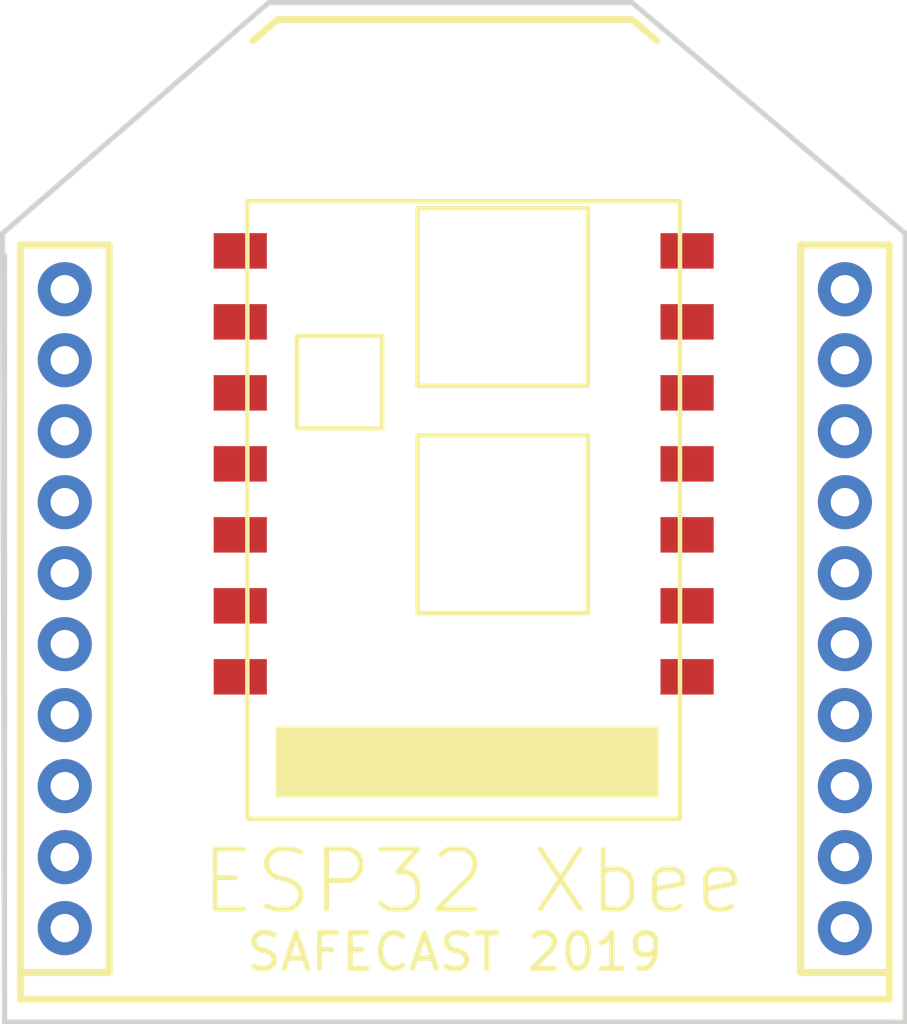
<source format=kicad_pcb>
(kicad_pcb (version 20171130) (host pcbnew "(6.0.0-rc1-dev-1629-gdfc47f1d1)")

  (general
    (thickness 1.6)
    (drawings 10)
    (tracks 0)
    (zones 0)
    (modules 2)
    (nets 3)
  )

  (page A4)
  (layers
    (0 Top signal)
    (31 Bottom signal)
    (32 B.Adhes user)
    (33 F.Adhes user)
    (34 B.Paste user)
    (35 F.Paste user)
    (36 B.SilkS user)
    (37 F.SilkS user)
    (38 B.Mask user)
    (39 F.Mask user)
    (40 Dwgs.User user)
    (41 Cmts.User user)
    (42 Eco1.User user)
    (43 Eco2.User user)
    (44 Edge.Cuts user)
    (45 Margin user)
    (46 B.CrtYd user)
    (47 F.CrtYd user)
    (48 B.Fab user)
    (49 F.Fab user)
  )

  (setup
    (last_trace_width 0.25)
    (trace_clearance 0.2)
    (zone_clearance 0.508)
    (zone_45_only no)
    (trace_min 0.2)
    (via_size 0.8)
    (via_drill 0.4)
    (via_min_size 0.4)
    (via_min_drill 0.3)
    (uvia_size 0.3)
    (uvia_drill 0.1)
    (uvias_allowed no)
    (uvia_min_size 0.2)
    (uvia_min_drill 0.1)
    (edge_width 0.05)
    (segment_width 0.2)
    (pcb_text_width 0.3)
    (pcb_text_size 1.5 1.5)
    (mod_edge_width 0.12)
    (mod_text_size 1 1)
    (mod_text_width 0.15)
    (pad_size 1.524 1.524)
    (pad_drill 0.762)
    (pad_to_mask_clearance 0.051)
    (solder_mask_min_width 0.25)
    (aux_axis_origin 0 0)
    (visible_elements FFFFFF7F)
    (pcbplotparams
      (layerselection 0x010fc_ffffffff)
      (usegerberextensions false)
      (usegerberattributes false)
      (usegerberadvancedattributes false)
      (creategerberjobfile false)
      (excludeedgelayer true)
      (linewidth 0.100000)
      (plotframeref false)
      (viasonmask false)
      (mode 1)
      (useauxorigin false)
      (hpglpennumber 1)
      (hpglpenspeed 20)
      (hpglpendiameter 15.000000)
      (psnegative false)
      (psa4output false)
      (plotreference true)
      (plotvalue true)
      (plotinvisibletext false)
      (padsonsilk false)
      (subtractmaskfromsilk false)
      (outputformat 1)
      (mirror false)
      (drillshape 1)
      (scaleselection 1)
      (outputdirectory ""))
  )

  (net 0 "")
  (net 1 GND)
  (net 2 VDD)

  (net_class Default "This is the default net class."
    (clearance 0.2)
    (trace_width 0.25)
    (via_dia 0.8)
    (via_drill 0.4)
    (uvia_dia 0.3)
    (uvia_drill 0.1)
    (add_net GND)
    (add_net VDD)
  )

  (module XBEE-SILK (layer Top) (tedit 0) (tstamp 5C5BD323)
    (at 148.5011 118.3236)
    (fp_text reference U$1 (at 0 0) (layer F.SilkS) hide
      (effects (font (size 1.27 1.27) (thickness 0.15)))
    )
    (fp_text value XBEE-1B2 (at 0 0) (layer F.SilkS) hide
      (effects (font (size 1.27 1.27) (thickness 0.15)))
    )
    (fp_text user >Value (at -8.89 -1.27) (layer F.Fab) hide
      (effects (font (size 0.38608 0.38608) (thickness 0.032512)) (justify left bottom))
    )
    (fp_text user >Name (at -8.89 -2.54) (layer F.SilkS) hide
      (effects (font (size 0.38608 0.38608) (thickness 0.032512)) (justify left bottom))
    )
    (fp_line (start 5 -27.6) (end 5.7 -27) (layer F.SilkS) (width 0.2032))
    (fp_line (start -5 -27.6) (end 5 -27.6) (layer F.SilkS) (width 0.2032))
    (fp_line (start -5 -27.6) (end -5.7 -27) (layer F.SilkS) (width 0.2032))
    (fp_line (start -12.25 0) (end 12.25 0) (layer F.SilkS) (width 0.2032))
    (fp_line (start 12.25 -0.75) (end 12.25 0) (layer F.SilkS) (width 0.2032))
    (fp_line (start -12.25 -0.75) (end -12.25 0) (layer F.SilkS) (width 0.2032))
    (fp_line (start -9.75 -21.25) (end -9.75 -0.75) (layer F.SilkS) (width 0.2032))
    (fp_line (start -12.25 -0.75) (end -9.75 -0.75) (layer F.SilkS) (width 0.2032))
    (fp_line (start -12.25 -21.25) (end -12.25 -0.75) (layer F.SilkS) (width 0.2032))
    (fp_line (start -9.75 -21.25) (end -12.25 -21.25) (layer F.SilkS) (width 0.2032))
    (fp_line (start 9.75 -21.25) (end 9.75 -0.75) (layer F.SilkS) (width 0.2032))
    (fp_line (start 12.25 -0.75) (end 9.75 -0.75) (layer F.SilkS) (width 0.2032))
    (fp_line (start 12.25 -21.25) (end 12.25 -0.75) (layer F.SilkS) (width 0.2032))
    (fp_line (start 9.75 -21.25) (end 12.25 -21.25) (layer F.SilkS) (width 0.2032))
    (fp_line (start 12.25 -21.25) (end 5 -27.6) (layer F.Fab) (width 0.2032))
    (fp_line (start -12.25 -21.25) (end -5 -27.6) (layer F.Fab) (width 0.2032))
    (fp_line (start -5 -27.6) (end 5 -27.6) (layer F.Fab) (width 0.2032))
    (pad 20 thru_hole circle (at 11 -20) (size 1.524 1.524) (drill 0.8) (layers *.Cu *.Mask)
      (solder_mask_margin 0.1016))
    (pad 19 thru_hole circle (at 11 -18) (size 1.524 1.524) (drill 0.8) (layers *.Cu *.Mask)
      (solder_mask_margin 0.1016))
    (pad 18 thru_hole circle (at 11 -16) (size 1.524 1.524) (drill 0.8) (layers *.Cu *.Mask)
      (solder_mask_margin 0.1016))
    (pad 17 thru_hole circle (at 11 -14) (size 1.524 1.524) (drill 0.8) (layers *.Cu *.Mask)
      (solder_mask_margin 0.1016))
    (pad 16 thru_hole circle (at 11 -12) (size 1.524 1.524) (drill 0.8) (layers *.Cu *.Mask)
      (solder_mask_margin 0.1016))
    (pad 15 thru_hole circle (at 11 -10) (size 1.524 1.524) (drill 0.8) (layers *.Cu *.Mask)
      (solder_mask_margin 0.1016))
    (pad 14 thru_hole circle (at 11 -8) (size 1.524 1.524) (drill 0.8) (layers *.Cu *.Mask)
      (solder_mask_margin 0.1016))
    (pad 13 thru_hole circle (at 11 -6) (size 1.524 1.524) (drill 0.8) (layers *.Cu *.Mask)
      (solder_mask_margin 0.1016))
    (pad 12 thru_hole circle (at 11 -4) (size 1.524 1.524) (drill 0.8) (layers *.Cu *.Mask)
      (solder_mask_margin 0.1016))
    (pad 11 thru_hole circle (at 11 -2) (size 1.524 1.524) (drill 0.8) (layers *.Cu *.Mask)
      (solder_mask_margin 0.1016))
    (pad 10 thru_hole circle (at -11 -2) (size 1.524 1.524) (drill 0.8) (layers *.Cu *.Mask)
      (net 1 GND) (solder_mask_margin 0.1016))
    (pad 9 thru_hole circle (at -11 -4) (size 1.524 1.524) (drill 0.8) (layers *.Cu *.Mask)
      (solder_mask_margin 0.1016))
    (pad 8 thru_hole circle (at -11 -6) (size 1.524 1.524) (drill 0.8) (layers *.Cu *.Mask)
      (solder_mask_margin 0.1016))
    (pad 7 thru_hole circle (at -11 -8) (size 1.524 1.524) (drill 0.8) (layers *.Cu *.Mask)
      (solder_mask_margin 0.1016))
    (pad 6 thru_hole circle (at -11 -10) (size 1.524 1.524) (drill 0.8) (layers *.Cu *.Mask)
      (solder_mask_margin 0.1016))
    (pad 5 thru_hole circle (at -11 -12) (size 1.524 1.524) (drill 0.8) (layers *.Cu *.Mask)
      (solder_mask_margin 0.1016))
    (pad 4 thru_hole circle (at -11 -14) (size 1.524 1.524) (drill 0.8) (layers *.Cu *.Mask)
      (solder_mask_margin 0.1016))
    (pad 3 thru_hole circle (at -11 -16) (size 1.524 1.524) (drill 0.8) (layers *.Cu *.Mask)
      (solder_mask_margin 0.1016))
    (pad 2 thru_hole circle (at -11 -18) (size 1.524 1.524) (drill 0.8) (layers *.Cu *.Mask)
      (solder_mask_margin 0.1016))
    (pad 1 thru_hole circle (at -11 -20) (size 1.524 1.524) (drill 0.8) (layers *.Cu *.Mask)
      (net 2 VDD) (solder_mask_margin 0.1016))
  )

  (module ESP-03 (layer Top) (tedit 0) (tstamp 5C5BD34D)
    (at 154.8511 113.2436 90)
    (fp_text reference U$2 (at 0 0 90) (layer F.SilkS) hide
      (effects (font (size 1.27 1.27) (thickness 0.15)))
    )
    (fp_text value ESP8266 (at 0 0 90) (layer F.SilkS) hide
      (effects (font (size 1.27 1.27) (thickness 0.15)))
    )
    (fp_line (start 17.2 -7.4) (end 12.2 -7.4) (layer F.SilkS) (width 0.127))
    (fp_line (start 17.2 -2.6) (end 17.2 -7.4) (layer F.SilkS) (width 0.127))
    (fp_line (start 12.2 -2.6) (end 17.2 -2.6) (layer F.SilkS) (width 0.127))
    (fp_line (start 12.2 -7.4) (end 12.2 -2.6) (layer F.SilkS) (width 0.127))
    (fp_line (start 13.6 -10.8) (end 11 -10.8) (layer F.SilkS) (width 0.127))
    (fp_line (start 13.6 -8.4) (end 13.6 -10.8) (layer F.SilkS) (width 0.127))
    (fp_line (start 11 -8.4) (end 13.6 -8.4) (layer F.SilkS) (width 0.127))
    (fp_line (start 11 -10.8) (end 11 -8.4) (layer F.SilkS) (width 0.127))
    (fp_line (start 10.8 -7.4) (end 5.8 -7.4) (layer F.SilkS) (width 0.127))
    (fp_line (start 10.8 -2.6) (end 10.8 -7.4) (layer F.SilkS) (width 0.127))
    (fp_line (start 5.8 -2.6) (end 10.8 -2.6) (layer F.SilkS) (width 0.127))
    (fp_line (start 5.8 -7.4) (end 5.8 -2.6) (layer F.SilkS) (width 0.127))
    (fp_line (start 0 0) (end 17.4 0) (layer F.SilkS) (width 0.127))
    (fp_poly (pts (xy 0.6 -0.6) (xy 2.6 -0.6) (xy 2.6 -11.4) (xy 0.6 -11.4)) (layer F.SilkS) (width 0))
    (fp_line (start 0 -12.2) (end 17.4 -12.2) (layer F.SilkS) (width 0.127))
    (fp_line (start 0 0) (end 0 -12.2) (layer F.SilkS) (width 0.127))
    (fp_line (start 17.4 0) (end 17.4 -12.2) (layer F.SilkS) (width 0.127))
    (pad GND smd rect (at 16 -12.4 180) (size 1.5 1) (layers Top F.Paste F.Mask)
      (solder_mask_margin 0.1016))
    (pad NC smd rect (at 14 -12.4 180) (size 1.5 1) (layers Top F.Paste F.Mask)
      (solder_mask_margin 0.1016))
    (pad UTXD smd rect (at 12 -12.4 180) (size 1.5 1) (layers Top F.Paste F.Mask)
      (solder_mask_margin 0.1016))
    (pad URXD smd rect (at 10 -12.4 180) (size 1.5 1) (layers Top F.Paste F.Mask)
      (solder_mask_margin 0.1016))
    (pad GPIO18 smd rect (at 8 -12.4 180) (size 1.5 1) (layers Top F.Paste F.Mask)
      (solder_mask_margin 0.1016))
    (pad CH_PD smd rect (at 6 -12.4 180) (size 1.5 1) (layers Top F.Paste F.Mask)
      (solder_mask_margin 0.1016))
    (pad ANT smd rect (at 4 -12.4 180) (size 1.5 1) (layers Top F.Paste F.Mask)
      (solder_mask_margin 0.1016))
    (pad GPIO0 smd rect (at 16 0.2 180) (size 1.5 1) (layers Top F.Paste F.Mask)
      (solder_mask_margin 0.1016))
    (pad GPIO2 smd rect (at 14 0.2 180) (size 1.5 1) (layers Top F.Paste F.Mask)
      (solder_mask_margin 0.1016))
    (pad GPIO15 smd rect (at 12 0.2 180) (size 1.5 1) (layers Top F.Paste F.Mask)
      (solder_mask_margin 0.1016))
    (pad GPIO13 smd rect (at 10 0.2 180) (size 1.5 1) (layers Top F.Paste F.Mask)
      (solder_mask_margin 0.1016))
    (pad GPIO12 smd rect (at 8 0.2 180) (size 1.5 1) (layers Top F.Paste F.Mask)
      (solder_mask_margin 0.1016))
    (pad GPIO14 smd rect (at 6 0.2 180) (size 1.5 1) (layers Top F.Paste F.Mask)
      (solder_mask_margin 0.1016))
    (pad VCC smd rect (at 4 0.2 180) (size 1.5 1) (layers Top F.Paste F.Mask)
      (solder_mask_margin 0.1016))
  )

  (gr_text "SAFECAST 2019" (at 148.5 117) (layer F.SilkS)
    (effects (font (size 1 1) (thickness 0.15)))
  )
  (gr_line (start 135.8011 118.9736) (end 160.8711 118.9736) (layer Edge.Cuts) (width 0.15) (tstamp 6000031818C0))
  (gr_line (start 135.75 96.75) (end 135.8011 118.9736) (layer Edge.Cuts) (width 0.15) (tstamp 600003181800))
  (gr_line (start 135.75 96.75) (end 143.25 90.25) (layer Edge.Cuts) (width 0.15) (tstamp 600003181A40))
  (gr_line (start 143.25 90.25) (end 153.5 90.25) (layer Edge.Cuts) (width 0.15) (tstamp 600003181980))
  (gr_line (start 153.5 90.25) (end 161.2011 96.75) (layer Edge.Cuts) (width 0.15) (tstamp 600003181BC0))
  (gr_line (start 161.2011 96.75) (end 161.2011 118.9736) (layer Edge.Cuts) (width 0.15) (tstamp 600003181B00))
  (gr_line (start 161.2011 118.9736) (end 135.8011 118.9736) (layer Edge.Cuts) (width 0.15) (tstamp 600003182700))
  (gr_line (start 135.8011 118.9736) (end 135.8011 97.3836) (layer Edge.Cuts) (width 0.15) (tstamp 600003183000))
  (gr_text "ESP32 Xbee " (at 141.25 116) (layer F.SilkS) (tstamp 600003183900)
    (effects (font (size 1.6891 1.6891) (thickness 0.14224)) (justify left bottom))
  )

)

</source>
